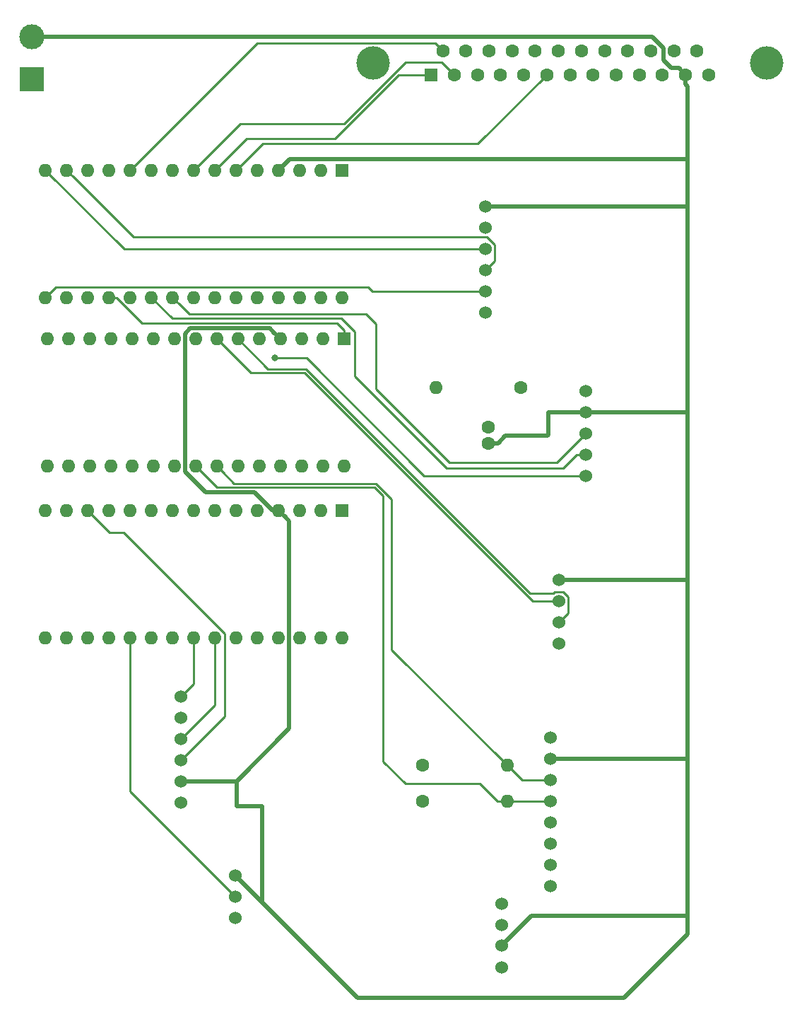
<source format=gbr>
G04 #@! TF.GenerationSoftware,KiCad,Pcbnew,(5.1.0)-1*
G04 #@! TF.CreationDate,2019-05-30T15:11:01+01:00*
G04 #@! TF.ProjectId,Eco-PCB-Final,45636f2d-5043-4422-9d46-696e616c2e6b,rev?*
G04 #@! TF.SameCoordinates,Original*
G04 #@! TF.FileFunction,Copper,L1,Top*
G04 #@! TF.FilePolarity,Positive*
%FSLAX46Y46*%
G04 Gerber Fmt 4.6, Leading zero omitted, Abs format (unit mm)*
G04 Created by KiCad (PCBNEW (5.1.0)-1) date 2019-05-30 15:11:01*
%MOMM*%
%LPD*%
G04 APERTURE LIST*
%ADD10C,1.600000*%
%ADD11O,1.600000X1.600000*%
%ADD12C,1.524000*%
%ADD13R,1.600000X1.600000*%
%ADD14C,4.000000*%
%ADD15R,3.000000X3.000000*%
%ADD16C,3.000000*%
%ADD17C,0.800000*%
%ADD18C,0.250000*%
%ADD19C,0.508000*%
G04 APERTURE END LIST*
D10*
X127762000Y-73628000D03*
X127762000Y-71628000D03*
D11*
X121475500Y-66929000D03*
D10*
X131635500Y-66929000D03*
D12*
X127415000Y-45275500D03*
X127415000Y-47815500D03*
X127415000Y-50355500D03*
X127415000Y-52895500D03*
X127415000Y-55435500D03*
X127415000Y-57975500D03*
X129349500Y-128714500D03*
X129349500Y-131254500D03*
X129349500Y-133724500D03*
X129349500Y-136334500D03*
X139436500Y-67310000D03*
X139436500Y-69850000D03*
X139436500Y-72390000D03*
X139436500Y-74930000D03*
X139436500Y-77470000D03*
D10*
X119824500Y-112141000D03*
D11*
X129984500Y-112141000D03*
D10*
X119824500Y-116459000D03*
D11*
X129984500Y-116459000D03*
D12*
X97447000Y-127889000D03*
X97447000Y-130429000D03*
X97447000Y-125349000D03*
D13*
X120904000Y-29464000D03*
D10*
X123674000Y-29464000D03*
X126444000Y-29464000D03*
X129214000Y-29464000D03*
X131984000Y-29464000D03*
X134754000Y-29464000D03*
X137524000Y-29464000D03*
X140294000Y-29464000D03*
X143064000Y-29464000D03*
X145834000Y-29464000D03*
X148604000Y-29464000D03*
X151374000Y-29464000D03*
X154144000Y-29464000D03*
X122289000Y-26624000D03*
X125059000Y-26624000D03*
X127829000Y-26624000D03*
X130599000Y-26624000D03*
X133369000Y-26624000D03*
X136139000Y-26624000D03*
X138909000Y-26624000D03*
X141679000Y-26624000D03*
X144449000Y-26624000D03*
X147219000Y-26624000D03*
X149989000Y-26624000D03*
X152759000Y-26624000D03*
D14*
X161074000Y-28044000D03*
X113974000Y-28044000D03*
D13*
X110426500Y-61087000D03*
D11*
X77406500Y-76327000D03*
X107886500Y-61087000D03*
X79946500Y-76327000D03*
X105346500Y-61087000D03*
X82486500Y-76327000D03*
X102806500Y-61087000D03*
X85026500Y-76327000D03*
X100266500Y-61087000D03*
X87566500Y-76327000D03*
X97726500Y-61087000D03*
X90106500Y-76327000D03*
X95186500Y-61087000D03*
X92646500Y-76327000D03*
X92646500Y-61087000D03*
X95186500Y-76327000D03*
X90106500Y-61087000D03*
X97726500Y-76327000D03*
X87566500Y-61087000D03*
X100266500Y-76327000D03*
X85026500Y-61087000D03*
X102806500Y-76327000D03*
X82486500Y-61087000D03*
X105346500Y-76327000D03*
X79946500Y-61087000D03*
X107886500Y-76327000D03*
X77406500Y-61087000D03*
X110426500Y-76327000D03*
X74866500Y-61087000D03*
X74866500Y-76327000D03*
D12*
X90932000Y-116586000D03*
X90932000Y-114046000D03*
X90932000Y-111506000D03*
X90932000Y-108966000D03*
X90932000Y-106426000D03*
X90932000Y-103886000D03*
D13*
X110236000Y-81661000D03*
D11*
X77216000Y-96901000D03*
X107696000Y-81661000D03*
X79756000Y-96901000D03*
X105156000Y-81661000D03*
X82296000Y-96901000D03*
X102616000Y-81661000D03*
X84836000Y-96901000D03*
X100076000Y-81661000D03*
X87376000Y-96901000D03*
X97536000Y-81661000D03*
X89916000Y-96901000D03*
X94996000Y-81661000D03*
X92456000Y-96901000D03*
X92456000Y-81661000D03*
X94996000Y-96901000D03*
X89916000Y-81661000D03*
X97536000Y-96901000D03*
X87376000Y-81661000D03*
X100076000Y-96901000D03*
X84836000Y-81661000D03*
X102616000Y-96901000D03*
X82296000Y-81661000D03*
X105156000Y-96901000D03*
X79756000Y-81661000D03*
X107696000Y-96901000D03*
X77216000Y-81661000D03*
X110236000Y-96901000D03*
X74676000Y-81661000D03*
X74676000Y-96901000D03*
D12*
X136209500Y-89979500D03*
X136209500Y-92519500D03*
X136209500Y-95059500D03*
X136209500Y-97599500D03*
X135186000Y-108839000D03*
X135186000Y-111379000D03*
X135186000Y-113919000D03*
X135186000Y-116459000D03*
X135186000Y-118999000D03*
X135186000Y-121539000D03*
X135186000Y-124079000D03*
X135186000Y-126619000D03*
D11*
X74676000Y-56134000D03*
X74676000Y-40894000D03*
X110236000Y-56134000D03*
X77216000Y-40894000D03*
X107696000Y-56134000D03*
X79756000Y-40894000D03*
X105156000Y-56134000D03*
X82296000Y-40894000D03*
X102616000Y-56134000D03*
X84836000Y-40894000D03*
X100076000Y-56134000D03*
X87376000Y-40894000D03*
X97536000Y-56134000D03*
X89916000Y-40894000D03*
X94996000Y-56134000D03*
X92456000Y-40894000D03*
X92456000Y-56134000D03*
X94996000Y-40894000D03*
X89916000Y-56134000D03*
X97536000Y-40894000D03*
X87376000Y-56134000D03*
X100076000Y-40894000D03*
X84836000Y-56134000D03*
X102616000Y-40894000D03*
X82296000Y-56134000D03*
X105156000Y-40894000D03*
X79756000Y-56134000D03*
X107696000Y-40894000D03*
X77216000Y-56134000D03*
D13*
X110236000Y-40894000D03*
D15*
X73025000Y-30035500D03*
D16*
X73025000Y-24955500D03*
D17*
X102171500Y-63373000D03*
D18*
X120064498Y-77470000D02*
X105967498Y-63373000D01*
X139436500Y-77470000D02*
X120064498Y-77470000D01*
X102171500Y-63373000D02*
X105967498Y-63373000D01*
X84024502Y-84264500D02*
X82359500Y-84264500D01*
X82359500Y-84264500D02*
X79756000Y-81661000D01*
X96121001Y-106316999D02*
X96121001Y-96360999D01*
X90932000Y-111506000D02*
X96121001Y-106316999D01*
X96121001Y-96360999D02*
X84024502Y-84264500D01*
X94996000Y-104902000D02*
X94996000Y-96901000D01*
X90932000Y-108966000D02*
X94996000Y-104902000D01*
X90932000Y-103886000D02*
X92456000Y-102362000D01*
X92456000Y-102362000D02*
X92456000Y-96901000D01*
X84836000Y-115278000D02*
X84836000Y-96901000D01*
X97447000Y-127889000D02*
X84836000Y-115278000D01*
X116141500Y-98298000D02*
X116141500Y-80262590D01*
X135186000Y-113919000D02*
X131762500Y-113919000D01*
X116141500Y-80262590D02*
X114295900Y-78416990D01*
X114295900Y-78416990D02*
X97276490Y-78416990D01*
X97276490Y-78416990D02*
X95986499Y-77126999D01*
X95986499Y-77126999D02*
X95186500Y-76327000D01*
X129984500Y-112141000D02*
X116141500Y-98298000D01*
X131762500Y-113919000D02*
X129984500Y-112141000D01*
X135186000Y-116459000D02*
X129984500Y-116459000D01*
X115125500Y-79883000D02*
X114109500Y-78867000D01*
X126757630Y-114363500D02*
X117792500Y-114363500D01*
X129984500Y-116459000D02*
X128853130Y-116459000D01*
X117792500Y-114363500D02*
X115125500Y-111696500D01*
X114109500Y-78867000D02*
X95186500Y-78867000D01*
X95186500Y-78867000D02*
X92646500Y-76327000D01*
X128853130Y-116459000D02*
X126757630Y-114363500D01*
X115125500Y-111696500D02*
X115125500Y-79883000D01*
X110426500Y-60037000D02*
X110426500Y-61087000D01*
X82296000Y-56134000D02*
X83170998Y-56134000D01*
X83170998Y-56134000D02*
X86290987Y-59253989D01*
X86290987Y-59253989D02*
X109643489Y-59253989D01*
X109643489Y-59253989D02*
X110426500Y-60037000D01*
X98806000Y-37084000D02*
X94996000Y-40894000D01*
X120904000Y-29464000D02*
X116968410Y-29464000D01*
X109348410Y-37084000D02*
X98806000Y-37084000D01*
X116968410Y-29464000D02*
X109348410Y-37084000D01*
X95795999Y-40094001D02*
X94996000Y-40894000D01*
X117856000Y-27940000D02*
X110490000Y-35306000D01*
X93255999Y-40094001D02*
X92456000Y-40894000D01*
X123674000Y-29464000D02*
X122150000Y-27940000D01*
X122150000Y-27940000D02*
X117856000Y-27940000D01*
X110490000Y-35306000D02*
X98044000Y-35306000D01*
X98044000Y-35306000D02*
X93255999Y-40094001D01*
X126499000Y-37719000D02*
X100711000Y-37719000D01*
X98335999Y-40094001D02*
X97536000Y-40894000D01*
X134754000Y-29464000D02*
X126499000Y-37719000D01*
X100711000Y-37719000D02*
X98335999Y-40094001D01*
X121382500Y-25717500D02*
X100012500Y-25717500D01*
X122289000Y-26624000D02*
X121382500Y-25717500D01*
X100012500Y-25717500D02*
X84836000Y-40894000D01*
X127415000Y-52895500D02*
X128502001Y-51808499D01*
X127570763Y-48902501D02*
X85224501Y-48902501D01*
X85224501Y-48902501D02*
X78015999Y-41693999D01*
X128502001Y-51808499D02*
X128502001Y-49833739D01*
X78015999Y-41693999D02*
X77216000Y-40894000D01*
X128502001Y-49833739D02*
X127570763Y-48902501D01*
X127415000Y-55435500D02*
X113875702Y-55435500D01*
X75475999Y-55334001D02*
X74676000Y-56134000D01*
X113359201Y-54918999D02*
X75891001Y-54918999D01*
X113875702Y-55435500D02*
X113359201Y-54918999D01*
X75891001Y-54918999D02*
X75475999Y-55334001D01*
X84137500Y-50355500D02*
X74676000Y-40894000D01*
X127415000Y-50355500D02*
X84137500Y-50355500D01*
X136209500Y-92519500D02*
X133034500Y-92519500D01*
X133034500Y-92519500D02*
X133034500Y-92478672D01*
X133034500Y-92478672D02*
X105706828Y-65151000D01*
X105706828Y-65151000D02*
X99250500Y-65151000D01*
X99250500Y-65151000D02*
X95186500Y-61087000D01*
X89852500Y-58610500D02*
X87376000Y-56134000D01*
X110135002Y-58610500D02*
X89852500Y-58610500D01*
X138358870Y-74930000D02*
X136707870Y-76581000D01*
X139436500Y-74930000D02*
X138358870Y-74930000D01*
X136707870Y-76581000D02*
X122745500Y-76581000D01*
X122745500Y-76581000D02*
X111751499Y-65586999D01*
X111751499Y-65586999D02*
X111751499Y-60226997D01*
X111751499Y-60226997D02*
X110135002Y-58610500D01*
X135687739Y-91432499D02*
X136731261Y-91432499D01*
X132751737Y-91559499D02*
X135560739Y-91559499D01*
X135560739Y-91559499D02*
X135687739Y-91432499D01*
X136731261Y-91432499D02*
X137296501Y-91997739D01*
X137296501Y-91997739D02*
X137296501Y-93972499D01*
X97726500Y-61087000D02*
X101340490Y-64700990D01*
X105893228Y-64700990D02*
X132751737Y-91559499D01*
X136971499Y-94297501D02*
X136209500Y-95059500D01*
X137296501Y-93972499D02*
X136971499Y-94297501D01*
X101340490Y-64700990D02*
X105893228Y-64700990D01*
X139436500Y-72390000D02*
X135944000Y-75882500D01*
X135944000Y-75882500D02*
X123063000Y-75882500D01*
X123063000Y-75882500D02*
X114236500Y-67056000D01*
X114236500Y-67056000D02*
X114236500Y-59309000D01*
X90715999Y-56933999D02*
X89916000Y-56134000D01*
X91942491Y-58160491D02*
X90715999Y-56933999D01*
X113087991Y-58160491D02*
X91942491Y-58160491D01*
X114236500Y-59309000D02*
X113087991Y-58160491D01*
D19*
X101552499Y-59832999D02*
X102006501Y-60287001D01*
X102006501Y-60287001D02*
X102806500Y-61087000D01*
X151574500Y-130175000D02*
X151574500Y-132334000D01*
X91392499Y-76960919D02*
X91392499Y-60485079D01*
X129349500Y-133724500D02*
X132899000Y-130175000D01*
X93877590Y-79446010D02*
X91392499Y-76960919D01*
X151574500Y-124714000D02*
X151574500Y-130175000D01*
X91392499Y-60485079D02*
X92044579Y-59832999D01*
X132899000Y-130175000D02*
X151574500Y-130175000D01*
X151574500Y-132334000D02*
X143954500Y-139954000D01*
X102616000Y-81661000D02*
X101931922Y-81661000D01*
X101931922Y-81661000D02*
X99716932Y-79446010D01*
X99716932Y-79446010D02*
X93877590Y-79446010D01*
X92044579Y-59832999D02*
X101552499Y-59832999D01*
X151511000Y-45275500D02*
X151642001Y-45144499D01*
X151642001Y-80649001D02*
X151642001Y-89983501D01*
X139436500Y-69850000D02*
X140514130Y-69850000D01*
X136209500Y-89979500D02*
X137287130Y-89979500D01*
X137287130Y-89979500D02*
X137291131Y-89983501D01*
X137291131Y-89983501D02*
X151642001Y-89983501D01*
X140518131Y-69854001D02*
X151642001Y-69854001D01*
X97599500Y-114046000D02*
X103870001Y-107775499D01*
X103870001Y-107775499D02*
X103870001Y-82915001D01*
X103870001Y-82915001D02*
X103415999Y-82460999D01*
X112052000Y-139954000D02*
X100634750Y-128536750D01*
X103415999Y-82460999D02*
X102616000Y-81661000D01*
X151642001Y-39374001D02*
X151642001Y-44390501D01*
X151642001Y-30863371D02*
X151642001Y-39374001D01*
X102616000Y-40894000D02*
X103960001Y-39549999D01*
X103960001Y-39549999D02*
X151466003Y-39549999D01*
X151466003Y-39549999D02*
X151642001Y-39374001D01*
X151642001Y-45144499D02*
X151642001Y-55376001D01*
X151642001Y-44390501D02*
X151642001Y-45144499D01*
X127415000Y-45275500D02*
X151511000Y-45275500D01*
X97599500Y-114046000D02*
X90932000Y-114046000D01*
X100634750Y-128536750D02*
X100634750Y-117081250D01*
X135186000Y-111379000D02*
X151519002Y-111379000D01*
X140514130Y-69850000D02*
X140518131Y-69854001D01*
X143954500Y-139954000D02*
X112052000Y-139954000D01*
X151642001Y-89983501D02*
X151642001Y-111501999D01*
X151642001Y-124781501D02*
X151574500Y-124714000D01*
X151642001Y-55376001D02*
X151642001Y-69854001D01*
X151519002Y-111379000D02*
X151642001Y-111501999D01*
X151642001Y-111501999D02*
X151642001Y-124781501D01*
X100634750Y-128536750D02*
X97447000Y-125349000D01*
X149659923Y-28664001D02*
X150574001Y-28664001D01*
X148734999Y-26284077D02*
X148734999Y-27739077D01*
X73025000Y-24955500D02*
X147406422Y-24955500D01*
X150574001Y-28664001D02*
X151374000Y-29464000D01*
X148734999Y-27739077D02*
X149659923Y-28664001D01*
X147406422Y-24955500D02*
X148734999Y-26284077D01*
X151374000Y-30595370D02*
X151642001Y-30863371D01*
X151374000Y-29464000D02*
X151374000Y-30595370D01*
X100634750Y-117081250D02*
X97650250Y-117081250D01*
X97599500Y-117030500D02*
X97599500Y-114046000D01*
X97650250Y-117081250D02*
X97599500Y-117030500D01*
X151642001Y-69854001D02*
X151642001Y-80649001D01*
X128893370Y-73628000D02*
X129813870Y-72707500D01*
X127762000Y-73628000D02*
X128893370Y-73628000D01*
X129813870Y-72707500D02*
X134810500Y-72707500D01*
X134810500Y-72707500D02*
X134937500Y-72580500D01*
X134937500Y-72580500D02*
X134937500Y-69913500D01*
X135001000Y-69850000D02*
X139436500Y-69850000D01*
X134937500Y-69913500D02*
X135001000Y-69850000D01*
M02*

</source>
